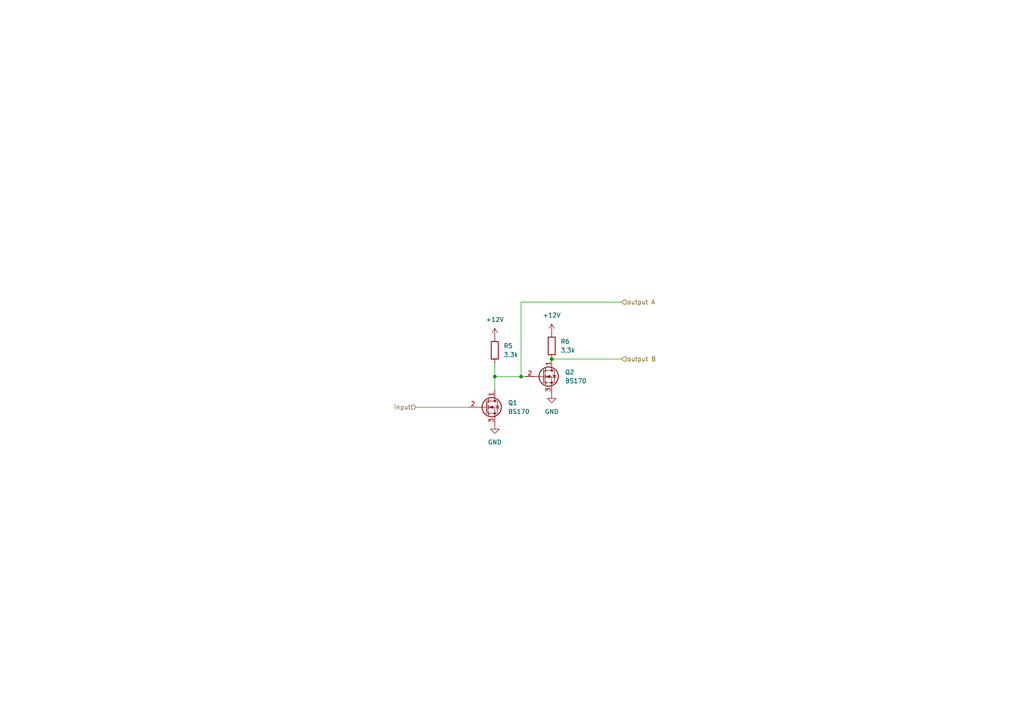
<source format=kicad_sch>
(kicad_sch
	(version 20250114)
	(generator "eeschema")
	(generator_version "9.0")
	(uuid "73524ee4-fb3d-4f3d-8d98-2997b173ed12")
	(paper "A4")
	(lib_symbols
		(symbol "Device:R"
			(pin_numbers
				(hide yes)
			)
			(pin_names
				(offset 0)
			)
			(exclude_from_sim no)
			(in_bom yes)
			(on_board yes)
			(property "Reference" "R"
				(at 2.032 0 90)
				(effects
					(font
						(size 1.27 1.27)
					)
				)
			)
			(property "Value" "R"
				(at 0 0 90)
				(effects
					(font
						(size 1.27 1.27)
					)
				)
			)
			(property "Footprint" ""
				(at -1.778 0 90)
				(effects
					(font
						(size 1.27 1.27)
					)
					(hide yes)
				)
			)
			(property "Datasheet" "~"
				(at 0 0 0)
				(effects
					(font
						(size 1.27 1.27)
					)
					(hide yes)
				)
			)
			(property "Description" "Resistor"
				(at 0 0 0)
				(effects
					(font
						(size 1.27 1.27)
					)
					(hide yes)
				)
			)
			(property "ki_keywords" "R res resistor"
				(at 0 0 0)
				(effects
					(font
						(size 1.27 1.27)
					)
					(hide yes)
				)
			)
			(property "ki_fp_filters" "R_*"
				(at 0 0 0)
				(effects
					(font
						(size 1.27 1.27)
					)
					(hide yes)
				)
			)
			(symbol "R_0_1"
				(rectangle
					(start -1.016 -2.54)
					(end 1.016 2.54)
					(stroke
						(width 0.254)
						(type default)
					)
					(fill
						(type none)
					)
				)
			)
			(symbol "R_1_1"
				(pin passive line
					(at 0 3.81 270)
					(length 1.27)
					(name "~"
						(effects
							(font
								(size 1.27 1.27)
							)
						)
					)
					(number "1"
						(effects
							(font
								(size 1.27 1.27)
							)
						)
					)
				)
				(pin passive line
					(at 0 -3.81 90)
					(length 1.27)
					(name "~"
						(effects
							(font
								(size 1.27 1.27)
							)
						)
					)
					(number "2"
						(effects
							(font
								(size 1.27 1.27)
							)
						)
					)
				)
			)
			(embedded_fonts no)
		)
		(symbol "Transistor_FET:BS170"
			(pin_names
				(hide yes)
			)
			(exclude_from_sim no)
			(in_bom yes)
			(on_board yes)
			(property "Reference" "Q"
				(at 5.08 1.905 0)
				(effects
					(font
						(size 1.27 1.27)
					)
					(justify left)
				)
			)
			(property "Value" "BS170"
				(at 5.08 0 0)
				(effects
					(font
						(size 1.27 1.27)
					)
					(justify left)
				)
			)
			(property "Footprint" "Package_TO_SOT_THT:TO-92_Inline"
				(at 5.08 -1.905 0)
				(effects
					(font
						(size 1.27 1.27)
						(italic yes)
					)
					(justify left)
					(hide yes)
				)
			)
			(property "Datasheet" "https://www.onsemi.com/pub/Collateral/BS170-D.PDF"
				(at 5.08 -3.81 0)
				(effects
					(font
						(size 1.27 1.27)
					)
					(justify left)
					(hide yes)
				)
			)
			(property "Description" "0.5A Id, 60V Vds, N-Channel MOSFET, TO-92"
				(at 0 0 0)
				(effects
					(font
						(size 1.27 1.27)
					)
					(hide yes)
				)
			)
			(property "ki_keywords" "N-Channel MOSFET"
				(at 0 0 0)
				(effects
					(font
						(size 1.27 1.27)
					)
					(hide yes)
				)
			)
			(property "ki_fp_filters" "TO?92*"
				(at 0 0 0)
				(effects
					(font
						(size 1.27 1.27)
					)
					(hide yes)
				)
			)
			(symbol "BS170_0_1"
				(polyline
					(pts
						(xy 0.254 1.905) (xy 0.254 -1.905)
					)
					(stroke
						(width 0.254)
						(type default)
					)
					(fill
						(type none)
					)
				)
				(polyline
					(pts
						(xy 0.254 0) (xy -2.54 0)
					)
					(stroke
						(width 0)
						(type default)
					)
					(fill
						(type none)
					)
				)
				(polyline
					(pts
						(xy 0.762 2.286) (xy 0.762 1.27)
					)
					(stroke
						(width 0.254)
						(type default)
					)
					(fill
						(type none)
					)
				)
				(polyline
					(pts
						(xy 0.762 0.508) (xy 0.762 -0.508)
					)
					(stroke
						(width 0.254)
						(type default)
					)
					(fill
						(type none)
					)
				)
				(polyline
					(pts
						(xy 0.762 -1.27) (xy 0.762 -2.286)
					)
					(stroke
						(width 0.254)
						(type default)
					)
					(fill
						(type none)
					)
				)
				(polyline
					(pts
						(xy 0.762 -1.778) (xy 3.302 -1.778) (xy 3.302 1.778) (xy 0.762 1.778)
					)
					(stroke
						(width 0)
						(type default)
					)
					(fill
						(type none)
					)
				)
				(polyline
					(pts
						(xy 1.016 0) (xy 2.032 0.381) (xy 2.032 -0.381) (xy 1.016 0)
					)
					(stroke
						(width 0)
						(type default)
					)
					(fill
						(type outline)
					)
				)
				(circle
					(center 1.651 0)
					(radius 2.794)
					(stroke
						(width 0.254)
						(type default)
					)
					(fill
						(type none)
					)
				)
				(polyline
					(pts
						(xy 2.54 2.54) (xy 2.54 1.778)
					)
					(stroke
						(width 0)
						(type default)
					)
					(fill
						(type none)
					)
				)
				(circle
					(center 2.54 1.778)
					(radius 0.254)
					(stroke
						(width 0)
						(type default)
					)
					(fill
						(type outline)
					)
				)
				(circle
					(center 2.54 -1.778)
					(radius 0.254)
					(stroke
						(width 0)
						(type default)
					)
					(fill
						(type outline)
					)
				)
				(polyline
					(pts
						(xy 2.54 -2.54) (xy 2.54 0) (xy 0.762 0)
					)
					(stroke
						(width 0)
						(type default)
					)
					(fill
						(type none)
					)
				)
				(polyline
					(pts
						(xy 2.794 0.508) (xy 2.921 0.381) (xy 3.683 0.381) (xy 3.81 0.254)
					)
					(stroke
						(width 0)
						(type default)
					)
					(fill
						(type none)
					)
				)
				(polyline
					(pts
						(xy 3.302 0.381) (xy 2.921 -0.254) (xy 3.683 -0.254) (xy 3.302 0.381)
					)
					(stroke
						(width 0)
						(type default)
					)
					(fill
						(type none)
					)
				)
			)
			(symbol "BS170_1_1"
				(pin input line
					(at -5.08 0 0)
					(length 2.54)
					(name "G"
						(effects
							(font
								(size 1.27 1.27)
							)
						)
					)
					(number "2"
						(effects
							(font
								(size 1.27 1.27)
							)
						)
					)
				)
				(pin passive line
					(at 2.54 5.08 270)
					(length 2.54)
					(name "D"
						(effects
							(font
								(size 1.27 1.27)
							)
						)
					)
					(number "1"
						(effects
							(font
								(size 1.27 1.27)
							)
						)
					)
				)
				(pin passive line
					(at 2.54 -5.08 90)
					(length 2.54)
					(name "S"
						(effects
							(font
								(size 1.27 1.27)
							)
						)
					)
					(number "3"
						(effects
							(font
								(size 1.27 1.27)
							)
						)
					)
				)
			)
			(embedded_fonts no)
		)
		(symbol "power:+12V"
			(power)
			(pin_numbers
				(hide yes)
			)
			(pin_names
				(offset 0)
				(hide yes)
			)
			(exclude_from_sim no)
			(in_bom yes)
			(on_board yes)
			(property "Reference" "#PWR"
				(at 0 -3.81 0)
				(effects
					(font
						(size 1.27 1.27)
					)
					(hide yes)
				)
			)
			(property "Value" "+12V"
				(at 0 3.556 0)
				(effects
					(font
						(size 1.27 1.27)
					)
				)
			)
			(property "Footprint" ""
				(at 0 0 0)
				(effects
					(font
						(size 1.27 1.27)
					)
					(hide yes)
				)
			)
			(property "Datasheet" ""
				(at 0 0 0)
				(effects
					(font
						(size 1.27 1.27)
					)
					(hide yes)
				)
			)
			(property "Description" "Power symbol creates a global label with name \"+12V\""
				(at 0 0 0)
				(effects
					(font
						(size 1.27 1.27)
					)
					(hide yes)
				)
			)
			(property "ki_keywords" "global power"
				(at 0 0 0)
				(effects
					(font
						(size 1.27 1.27)
					)
					(hide yes)
				)
			)
			(symbol "+12V_0_1"
				(polyline
					(pts
						(xy -0.762 1.27) (xy 0 2.54)
					)
					(stroke
						(width 0)
						(type default)
					)
					(fill
						(type none)
					)
				)
				(polyline
					(pts
						(xy 0 2.54) (xy 0.762 1.27)
					)
					(stroke
						(width 0)
						(type default)
					)
					(fill
						(type none)
					)
				)
				(polyline
					(pts
						(xy 0 0) (xy 0 2.54)
					)
					(stroke
						(width 0)
						(type default)
					)
					(fill
						(type none)
					)
				)
			)
			(symbol "+12V_1_1"
				(pin power_in line
					(at 0 0 90)
					(length 0)
					(name "~"
						(effects
							(font
								(size 1.27 1.27)
							)
						)
					)
					(number "1"
						(effects
							(font
								(size 1.27 1.27)
							)
						)
					)
				)
			)
			(embedded_fonts no)
		)
		(symbol "power:GND"
			(power)
			(pin_numbers
				(hide yes)
			)
			(pin_names
				(offset 0)
				(hide yes)
			)
			(exclude_from_sim no)
			(in_bom yes)
			(on_board yes)
			(property "Reference" "#PWR"
				(at 0 -6.35 0)
				(effects
					(font
						(size 1.27 1.27)
					)
					(hide yes)
				)
			)
			(property "Value" "GND"
				(at 0 -3.81 0)
				(effects
					(font
						(size 1.27 1.27)
					)
				)
			)
			(property "Footprint" ""
				(at 0 0 0)
				(effects
					(font
						(size 1.27 1.27)
					)
					(hide yes)
				)
			)
			(property "Datasheet" ""
				(at 0 0 0)
				(effects
					(font
						(size 1.27 1.27)
					)
					(hide yes)
				)
			)
			(property "Description" "Power symbol creates a global label with name \"GND\" , ground"
				(at 0 0 0)
				(effects
					(font
						(size 1.27 1.27)
					)
					(hide yes)
				)
			)
			(property "ki_keywords" "global power"
				(at 0 0 0)
				(effects
					(font
						(size 1.27 1.27)
					)
					(hide yes)
				)
			)
			(symbol "GND_0_1"
				(polyline
					(pts
						(xy 0 0) (xy 0 -1.27) (xy 1.27 -1.27) (xy 0 -2.54) (xy -1.27 -1.27) (xy 0 -1.27)
					)
					(stroke
						(width 0)
						(type default)
					)
					(fill
						(type none)
					)
				)
			)
			(symbol "GND_1_1"
				(pin power_in line
					(at 0 0 270)
					(length 0)
					(name "~"
						(effects
							(font
								(size 1.27 1.27)
							)
						)
					)
					(number "1"
						(effects
							(font
								(size 1.27 1.27)
							)
						)
					)
				)
			)
			(embedded_fonts no)
		)
	)
	(junction
		(at 143.51 109.22)
		(diameter 0)
		(color 0 0 0 0)
		(uuid "3852c71a-2607-4e95-ade6-52c71ce9541e")
	)
	(junction
		(at 151.13 109.22)
		(diameter 0)
		(color 0 0 0 0)
		(uuid "dbc4ce3b-78a0-46ea-93a0-6feefb333460")
	)
	(junction
		(at 160.02 104.14)
		(diameter 0)
		(color 0 0 0 0)
		(uuid "fc15fd37-d0ce-407b-bc77-0701e73106ad")
	)
	(wire
		(pts
			(xy 143.51 105.41) (xy 143.51 109.22)
		)
		(stroke
			(width 0)
			(type default)
		)
		(uuid "181b6ec2-42e4-4800-8bcb-c2f8e463d076")
	)
	(wire
		(pts
			(xy 151.13 87.63) (xy 151.13 109.22)
		)
		(stroke
			(width 0)
			(type default)
		)
		(uuid "304d83da-81c2-49d1-ab79-0e250a439275")
	)
	(wire
		(pts
			(xy 180.34 87.63) (xy 151.13 87.63)
		)
		(stroke
			(width 0)
			(type default)
		)
		(uuid "419341dc-1b18-485f-9f2f-8e5587ac2370")
	)
	(wire
		(pts
			(xy 180.34 104.14) (xy 160.02 104.14)
		)
		(stroke
			(width 0)
			(type default)
		)
		(uuid "4479880c-7abf-4afa-a99e-a18561496928")
	)
	(wire
		(pts
			(xy 151.13 109.22) (xy 152.4 109.22)
		)
		(stroke
			(width 0)
			(type default)
		)
		(uuid "a5d4345a-0c9b-4aff-ace7-4027d98d3bf1")
	)
	(wire
		(pts
			(xy 143.51 109.22) (xy 151.13 109.22)
		)
		(stroke
			(width 0)
			(type default)
		)
		(uuid "c833c5f6-c973-428b-9ff1-dabcf402c2a9")
	)
	(wire
		(pts
			(xy 143.51 109.22) (xy 143.51 113.03)
		)
		(stroke
			(width 0)
			(type default)
		)
		(uuid "cb4a018e-f763-4ada-b234-368473173399")
	)
	(wire
		(pts
			(xy 120.65 118.11) (xy 135.89 118.11)
		)
		(stroke
			(width 0)
			(type default)
		)
		(uuid "e3d6951a-da3a-4b56-b4cc-d5c92d0c88a1")
	)
	(hierarchical_label "output A"
		(shape input)
		(at 180.34 87.63 0)
		(effects
			(font
				(size 1.27 1.27)
			)
			(justify left)
		)
		(uuid "48a5bfe2-0411-4824-bf93-45e05da1acf5")
	)
	(hierarchical_label "input"
		(shape input)
		(at 120.65 118.11 180)
		(effects
			(font
				(size 1.27 1.27)
			)
			(justify right)
		)
		(uuid "8ce07f97-8020-4b14-a396-816c65fe432e")
	)
	(hierarchical_label "output B"
		(shape input)
		(at 180.34 104.14 0)
		(effects
			(font
				(size 1.27 1.27)
			)
			(justify left)
		)
		(uuid "91d886cb-8cb7-4e1e-885c-819476748e2d")
	)
	(symbol
		(lib_id "Transistor_FET:BS170")
		(at 140.97 118.11 0)
		(unit 1)
		(exclude_from_sim no)
		(in_bom yes)
		(on_board yes)
		(dnp no)
		(fields_autoplaced yes)
		(uuid "1483ed8c-f433-4cdb-b640-26dda103544b")
		(property "Reference" "Q1"
			(at 147.32 116.8399 0)
			(effects
				(font
					(size 1.27 1.27)
				)
				(justify left)
			)
		)
		(property "Value" "BS170"
			(at 147.32 119.3799 0)
			(effects
				(font
					(size 1.27 1.27)
				)
				(justify left)
			)
		)
		(property "Footprint" "Package_TO_SOT_THT:TO-92_Inline"
			(at 146.05 120.015 0)
			(effects
				(font
					(size 1.27 1.27)
					(italic yes)
				)
				(justify left)
				(hide yes)
			)
		)
		(property "Datasheet" "https://www.onsemi.com/pub/Collateral/BS170-D.PDF"
			(at 146.05 121.92 0)
			(effects
				(font
					(size 1.27 1.27)
				)
				(justify left)
				(hide yes)
			)
		)
		(property "Description" "0.5A Id, 60V Vds, N-Channel MOSFET, TO-92"
			(at 140.97 118.11 0)
			(effects
				(font
					(size 1.27 1.27)
				)
				(hide yes)
			)
		)
		(pin "1"
			(uuid "889d412c-131a-43cf-ba08-ac0d7bfc243d")
		)
		(pin "3"
			(uuid "dd57e9d0-5423-47f6-9b9a-ad1d1e573314")
		)
		(pin "2"
			(uuid "cdc13963-9b47-48c9-b60c-ca986f4bff4a")
		)
		(instances
			(project "lebegteto_analog"
				(path "/69584044-3e78-46a7-9ace-309a005e8329/63cc5b8c-30b0-4db3-8b75-d74b4357ac85"
					(reference "Q1")
					(unit 1)
				)
			)
		)
	)
	(symbol
		(lib_id "Device:R")
		(at 143.51 101.6 180)
		(unit 1)
		(exclude_from_sim no)
		(in_bom yes)
		(on_board yes)
		(dnp no)
		(fields_autoplaced yes)
		(uuid "15346e9a-a125-4a07-9f64-635d49d20dfb")
		(property "Reference" "R5"
			(at 146.05 100.3299 0)
			(effects
				(font
					(size 1.27 1.27)
				)
				(justify right)
			)
		)
		(property "Value" "3,3k"
			(at 146.05 102.8699 0)
			(effects
				(font
					(size 1.27 1.27)
				)
				(justify right)
			)
		)
		(property "Footprint" ""
			(at 145.288 101.6 90)
			(effects
				(font
					(size 1.27 1.27)
				)
				(hide yes)
			)
		)
		(property "Datasheet" "~"
			(at 143.51 101.6 0)
			(effects
				(font
					(size 1.27 1.27)
				)
				(hide yes)
			)
		)
		(property "Description" "Resistor"
			(at 143.51 101.6 0)
			(effects
				(font
					(size 1.27 1.27)
				)
				(hide yes)
			)
		)
		(pin "2"
			(uuid "d2059be0-bd04-40d2-bd45-1dc06c3259f3")
		)
		(pin "1"
			(uuid "248dc680-bf24-4ed8-842a-74019bda97c1")
		)
		(instances
			(project "lebegteto_analog"
				(path "/69584044-3e78-46a7-9ace-309a005e8329/63cc5b8c-30b0-4db3-8b75-d74b4357ac85"
					(reference "R5")
					(unit 1)
				)
			)
		)
	)
	(symbol
		(lib_id "power:GND")
		(at 143.51 123.19 0)
		(unit 1)
		(exclude_from_sim no)
		(in_bom yes)
		(on_board yes)
		(dnp no)
		(fields_autoplaced yes)
		(uuid "1d693aae-08b8-464c-9f95-a30d730c93c2")
		(property "Reference" "#PWR06"
			(at 143.51 129.54 0)
			(effects
				(font
					(size 1.27 1.27)
				)
				(hide yes)
			)
		)
		(property "Value" "GND"
			(at 143.51 128.27 0)
			(effects
				(font
					(size 1.27 1.27)
				)
			)
		)
		(property "Footprint" ""
			(at 143.51 123.19 0)
			(effects
				(font
					(size 1.27 1.27)
				)
				(hide yes)
			)
		)
		(property "Datasheet" ""
			(at 143.51 123.19 0)
			(effects
				(font
					(size 1.27 1.27)
				)
				(hide yes)
			)
		)
		(property "Description" "Power symbol creates a global label with name \"GND\" , ground"
			(at 143.51 123.19 0)
			(effects
				(font
					(size 1.27 1.27)
				)
				(hide yes)
			)
		)
		(pin "1"
			(uuid "00311238-d013-470c-9309-2890c0dcf7c6")
		)
		(instances
			(project "lebegteto_analog"
				(path "/69584044-3e78-46a7-9ace-309a005e8329/63cc5b8c-30b0-4db3-8b75-d74b4357ac85"
					(reference "#PWR06")
					(unit 1)
				)
			)
		)
	)
	(symbol
		(lib_id "power:+12V")
		(at 160.02 96.52 0)
		(unit 1)
		(exclude_from_sim no)
		(in_bom yes)
		(on_board yes)
		(dnp no)
		(fields_autoplaced yes)
		(uuid "23e16491-33fd-4909-ad5e-6af4cd6194b9")
		(property "Reference" "#PWR09"
			(at 160.02 100.33 0)
			(effects
				(font
					(size 1.27 1.27)
				)
				(hide yes)
			)
		)
		(property "Value" "+12V"
			(at 160.02 91.44 0)
			(effects
				(font
					(size 1.27 1.27)
				)
			)
		)
		(property "Footprint" ""
			(at 160.02 96.52 0)
			(effects
				(font
					(size 1.27 1.27)
				)
				(hide yes)
			)
		)
		(property "Datasheet" ""
			(at 160.02 96.52 0)
			(effects
				(font
					(size 1.27 1.27)
				)
				(hide yes)
			)
		)
		(property "Description" "Power symbol creates a global label with name \"+12V\""
			(at 160.02 96.52 0)
			(effects
				(font
					(size 1.27 1.27)
				)
				(hide yes)
			)
		)
		(pin "1"
			(uuid "90f0eaa6-2fda-4540-9ed1-4a74d2c7b0e4")
		)
		(instances
			(project "lebegteto_analog"
				(path "/69584044-3e78-46a7-9ace-309a005e8329/63cc5b8c-30b0-4db3-8b75-d74b4357ac85"
					(reference "#PWR09")
					(unit 1)
				)
			)
		)
	)
	(symbol
		(lib_id "Transistor_FET:BS170")
		(at 157.48 109.22 0)
		(unit 1)
		(exclude_from_sim no)
		(in_bom yes)
		(on_board yes)
		(dnp no)
		(fields_autoplaced yes)
		(uuid "5cd01054-ebf6-4e83-af5b-c7e1b04974be")
		(property "Reference" "Q2"
			(at 163.83 107.9499 0)
			(effects
				(font
					(size 1.27 1.27)
				)
				(justify left)
			)
		)
		(property "Value" "BS170"
			(at 163.83 110.4899 0)
			(effects
				(font
					(size 1.27 1.27)
				)
				(justify left)
			)
		)
		(property "Footprint" "Package_TO_SOT_THT:TO-92_Inline"
			(at 162.56 111.125 0)
			(effects
				(font
					(size 1.27 1.27)
					(italic yes)
				)
				(justify left)
				(hide yes)
			)
		)
		(property "Datasheet" "https://www.onsemi.com/pub/Collateral/BS170-D.PDF"
			(at 162.56 113.03 0)
			(effects
				(font
					(size 1.27 1.27)
				)
				(justify left)
				(hide yes)
			)
		)
		(property "Description" "0.5A Id, 60V Vds, N-Channel MOSFET, TO-92"
			(at 157.48 109.22 0)
			(effects
				(font
					(size 1.27 1.27)
				)
				(hide yes)
			)
		)
		(pin "2"
			(uuid "f450142c-f125-4b6a-a80a-e40ed8b808e5")
		)
		(pin "1"
			(uuid "5a2513cf-4517-42e4-914f-b90a89cc3719")
		)
		(pin "3"
			(uuid "35ce38fb-1ff2-4309-a787-bfb342fd6758")
		)
		(instances
			(project "lebegteto_analog"
				(path "/69584044-3e78-46a7-9ace-309a005e8329/63cc5b8c-30b0-4db3-8b75-d74b4357ac85"
					(reference "Q2")
					(unit 1)
				)
			)
		)
	)
	(symbol
		(lib_id "Device:R")
		(at 160.02 100.33 180)
		(unit 1)
		(exclude_from_sim no)
		(in_bom yes)
		(on_board yes)
		(dnp no)
		(fields_autoplaced yes)
		(uuid "5de72650-1a29-4357-a150-59ac3cfe6e5b")
		(property "Reference" "R6"
			(at 162.56 99.0599 0)
			(effects
				(font
					(size 1.27 1.27)
				)
				(justify right)
			)
		)
		(property "Value" "3,3k"
			(at 162.56 101.5999 0)
			(effects
				(font
					(size 1.27 1.27)
				)
				(justify right)
			)
		)
		(property "Footprint" ""
			(at 161.798 100.33 90)
			(effects
				(font
					(size 1.27 1.27)
				)
				(hide yes)
			)
		)
		(property "Datasheet" "~"
			(at 160.02 100.33 0)
			(effects
				(font
					(size 1.27 1.27)
				)
				(hide yes)
			)
		)
		(property "Description" "Resistor"
			(at 160.02 100.33 0)
			(effects
				(font
					(size 1.27 1.27)
				)
				(hide yes)
			)
		)
		(pin "1"
			(uuid "f9125a8c-08c7-49e1-b53f-6320ee3f10d2")
		)
		(pin "2"
			(uuid "34b7a471-7861-4ab2-b848-3770faee4418")
		)
		(instances
			(project "lebegteto_analog"
				(path "/69584044-3e78-46a7-9ace-309a005e8329/63cc5b8c-30b0-4db3-8b75-d74b4357ac85"
					(reference "R6")
					(unit 1)
				)
			)
		)
	)
	(symbol
		(lib_id "power:+12V")
		(at 143.51 97.79 0)
		(unit 1)
		(exclude_from_sim no)
		(in_bom yes)
		(on_board yes)
		(dnp no)
		(fields_autoplaced yes)
		(uuid "79f0e123-70b5-4b3b-a1b1-1af5d8f0edcd")
		(property "Reference" "#PWR07"
			(at 143.51 101.6 0)
			(effects
				(font
					(size 1.27 1.27)
				)
				(hide yes)
			)
		)
		(property "Value" "+12V"
			(at 143.51 92.71 0)
			(effects
				(font
					(size 1.27 1.27)
				)
			)
		)
		(property "Footprint" ""
			(at 143.51 97.79 0)
			(effects
				(font
					(size 1.27 1.27)
				)
				(hide yes)
			)
		)
		(property "Datasheet" ""
			(at 143.51 97.79 0)
			(effects
				(font
					(size 1.27 1.27)
				)
				(hide yes)
			)
		)
		(property "Description" "Power symbol creates a global label with name \"+12V\""
			(at 143.51 97.79 0)
			(effects
				(font
					(size 1.27 1.27)
				)
				(hide yes)
			)
		)
		(pin "1"
			(uuid "b5dce21b-bb5b-482d-a656-e2c465b08e2c")
		)
		(instances
			(project "lebegteto_analog"
				(path "/69584044-3e78-46a7-9ace-309a005e8329/63cc5b8c-30b0-4db3-8b75-d74b4357ac85"
					(reference "#PWR07")
					(unit 1)
				)
			)
		)
	)
	(symbol
		(lib_id "power:GND")
		(at 160.02 114.3 0)
		(unit 1)
		(exclude_from_sim no)
		(in_bom yes)
		(on_board yes)
		(dnp no)
		(fields_autoplaced yes)
		(uuid "eaf483df-241a-4bc8-b3e5-6ddfda72f179")
		(property "Reference" "#PWR08"
			(at 160.02 120.65 0)
			(effects
				(font
					(size 1.27 1.27)
				)
				(hide yes)
			)
		)
		(property "Value" "GND"
			(at 160.02 119.38 0)
			(effects
				(font
					(size 1.27 1.27)
				)
			)
		)
		(property "Footprint" ""
			(at 160.02 114.3 0)
			(effects
				(font
					(size 1.27 1.27)
				)
				(hide yes)
			)
		)
		(property "Datasheet" ""
			(at 160.02 114.3 0)
			(effects
				(font
					(size 1.27 1.27)
				)
				(hide yes)
			)
		)
		(property "Description" "Power symbol creates a global label with name \"GND\" , ground"
			(at 160.02 114.3 0)
			(effects
				(font
					(size 1.27 1.27)
				)
				(hide yes)
			)
		)
		(pin "1"
			(uuid "fa965f7d-28ef-4109-8c7e-371f1741e63b")
		)
		(instances
			(project "lebegteto_analog"
				(path "/69584044-3e78-46a7-9ace-309a005e8329/63cc5b8c-30b0-4db3-8b75-d74b4357ac85"
					(reference "#PWR08")
					(unit 1)
				)
			)
		)
	)
)

</source>
